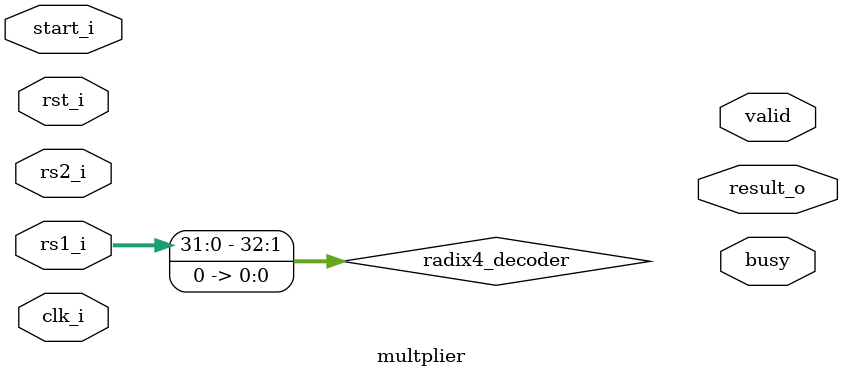
<source format=v>
`timescale 1ns / 1ps

module multplier#(parameter width=32)(
input [width-1:0]rs1_i,
input [width-1:0]rs2_i,
input clk_i,
input rst_i,
input start_i,

output [2*width-1:0]result_o,
output busy,
output valid
    );
    
    
wire [32:0]radix4_decoder = {rs1_i,1'b0};    
reg  [63:0]PartialProducts [0:15];    // all partial products that generated via radix4 decoder
wire [32:0] rs2_2scomp = ~{1'b0,rs2_i} +1;
reg [63:0]temprs2;

// radix 4 booth decode stage   
genvar k;    
generate
    for(k=0 ;k<16; k=k+1)begin
        always @(*)begin
            if(rs2_2scomp[32])
                temprs2={32'hffffffff,rs2_2scomp};
            else
                temprs2={32'b0,rs2_2scomp};
            case(radix4_decoder[2+2*k:2*k])
                3'b000:begin
                    PartialProducts[k]=32'b0;
                end
                3'b001:begin
                    PartialProducts[k]=rs2_i<<2*k;
                end
                3'b010:begin
                    PartialProducts[k]=rs2_i<<2*k;
                end
                3'b011:begin
                    PartialProducts[k]=rs2_i<<2*k+1;
                end
                3'b100:begin
                    PartialProducts[k]=temprs2<<2*k+1;
                end
                3'b101:begin
                    PartialProducts[k]=temprs2<<2*k;
                end
                3'b110:begin
                    PartialProducts[k]=temprs2<<2*k;
                end
                3'b111:begin
                    PartialProducts[k]=32'b0;
                end
            endcase

        end  
    
    end
    endgenerate
    
// wallace tree adder  

reg  [63:0]pipeline1[0:9],pipeline2[0:5],pipeline3[0:3],pipeline4[0:9];
wire [63:0] comp1_out1,comp1_out2,comp1_out3;
comparasor_64bit  first1(.x1(PartialProducts[0]),.x2(PartialProducts[1]),.x3(PartialProducts[2]),.x4(PartialProducts[3]),.x5(PartialProducts[4]),.out1(comp1_out1),.out2(comp1_out2),.out3(comp1_out3));

wire [63:0] comp2_out1,comp2_out2,comp2_out3;
comparasor_64bit  first2(.x1(PartialProducts[5]),.x2(PartialProducts[6]),.x3(PartialProducts[7]),.x4(PartialProducts[8]),.x5(PartialProducts[9]),.out1(comp2_out1),.out2(comp2_out2),.out3(comp2_out3));

wire [63:0] comp3_out1,comp3_out2,comp3_out3;
comparasor_64bit  first3(.x1(PartialProducts[10]),.x2(PartialProducts[11]),.x3(PartialProducts[12]),.x4(PartialProducts[13]),.x5(PartialProducts[14]),.out1(comp3_out1),.out2(comp3_out2),.out3(comp3_out3));


wire [63:0] comp2_1_out1,comp2_1_out2,comp2_1_out3;
comparasor_64bit  second1(.x1(pipeline1[0]),.x2(pipeline1[1]),.x3(pipeline1[2]),.x4(pipeline1[3]),.x5(pipeline1[4]),.out1(comp2_1_out1),.out2(comp2_1_out2),.out3(comp2_1_out3));

wire [63:0] comp2_2_out1,comp2_2_out2,comp2_2_out3;
comparasor_64bit  second2(.x1(pipeline1[5]),.x2(pipeline1[6]),.x3(pipeline1[7]),.x4(pipeline1[8]),.x5(pipeline1[9]),.out1(comp2_2_out1),.out2(comp2_2_out2),.out3(comp2_2_out3));

wire [63:0] comp3_1_out1,comp3_1_out2,comp3_1_out3;
comparasor_64bit  third(.x1(pipeline2[0]),.x2(pipeline2[1]),.x3(pipeline2[2]),.x4(pipeline2[3]),.x5(pipeline2[4]),.out1(comp3_1_out1),.out2(comp3_1_out2),.out3(comp3_1_out3));


always @(posedge clk_i)begin
    if(rst_i)begin     
        pipeline1[0]<=0 ;
        pipeline1[1]<=0 ;
        pipeline1[2]<=0 ;
        pipeline1[3]<=0 ;
        pipeline1[4]<=0 ;
        pipeline1[5]<=0 ;             
        pipeline1[6]<=0 ;
        pipeline1[7]<=0 ;
        pipeline1[8]<=0 ;        
        pipeline1[9]<=0 ;       
        pipeline2[0]<=0 ;
        pipeline2[1]<=0 ;
        pipeline2[2]<=0 ;
        pipeline2[3]<=0 ;
        pipeline2[4]<=0 ;
        pipeline2[5]<=0 ;     
        pipeline3[0]<=0 ;
        pipeline3[1]<=0 ;
        pipeline3[2]<=0 ;
        pipeline3[3]<=0 ;
    end
    else begin
        pipeline1[0]<= comp1_out1;
        pipeline1[1]<= comp1_out2;
        pipeline1[2]<= comp1_out3;
        
        pipeline1[3]<= comp2_out1;
        pipeline1[4]<= comp2_out2;
        pipeline1[5]<= comp2_out3;
        
        pipeline1[6]<= comp3_out1;
        pipeline1[7]<=comp3_out2;
        pipeline1[8]<=comp3_out3;
        
        pipeline1[9]<=PartialProducts[15];
        
        pipeline2[0]<=comp2_1_out1;
        pipeline2[1]<=comp2_1_out2;
        pipeline2[2]<=comp2_1_out3;
        pipeline2[3]<=comp2_2_out1;
        pipeline2[4]<=comp2_2_out2;
        pipeline2[5]<=comp2_2_out3;
        
        pipeline3[0]<=comp3_1_out1;
        pipeline3[1]<=comp3_1_out2;
        pipeline3[2]<=comp3_1_out3;
        pipeline3[3]<=pipeline2[5];
        
        
    end
end 
    
    
    
endmodule





</source>
